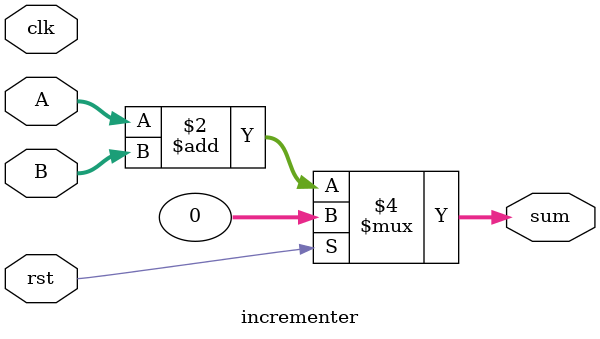
<source format=v>
module incrementer(A, B, sum,clk, rst);
	input [31:0] A, B;
	input clk, rst;
	output reg [31:0]sum;
	always@(*)begin
		if(rst)
			sum = 32'd0;
		else
			sum = A + B;
	end
endmodule

</source>
